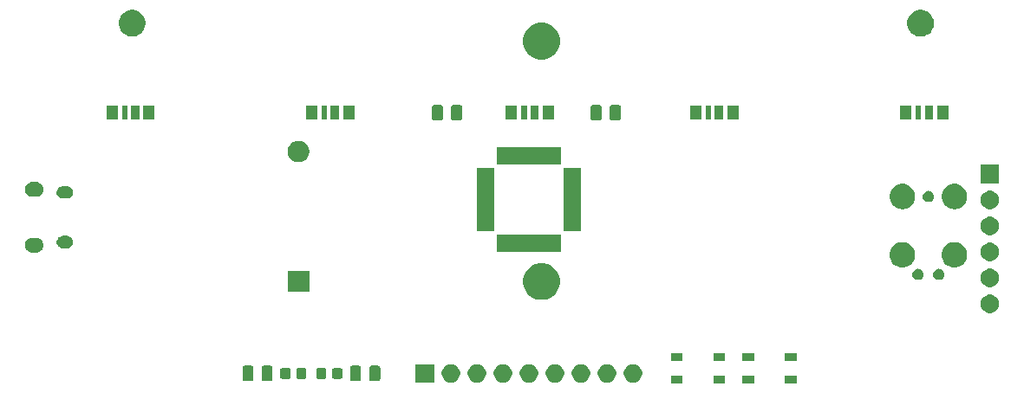
<source format=gts>
G04 #@! TF.GenerationSoftware,KiCad,Pcbnew,5.1.5-52549c5~84~ubuntu19.10.1*
G04 #@! TF.CreationDate,2020-01-03T09:39:47-08:00*
G04 #@! TF.ProjectId,bsidessd,62736964-6573-4736-942e-6b696361645f,2*
G04 #@! TF.SameCoordinates,Original*
G04 #@! TF.FileFunction,Soldermask,Top*
G04 #@! TF.FilePolarity,Negative*
%FSLAX46Y46*%
G04 Gerber Fmt 4.6, Leading zero omitted, Abs format (unit mm)*
G04 Created by KiCad (PCBNEW 5.1.5-52549c5~84~ubuntu19.10.1) date 2020-01-03 09:39:47*
%MOMM*%
%LPD*%
G04 APERTURE LIST*
%ADD10C,0.100000*%
G04 APERTURE END LIST*
D10*
G36*
X122001000Y-148951000D02*
G01*
X120849000Y-148951000D01*
X120849000Y-148199000D01*
X122001000Y-148199000D01*
X122001000Y-148951000D01*
G37*
G36*
X126151000Y-148951000D02*
G01*
X124999000Y-148951000D01*
X124999000Y-148199000D01*
X126151000Y-148199000D01*
X126151000Y-148951000D01*
G37*
G36*
X119151000Y-148951000D02*
G01*
X117999000Y-148951000D01*
X117999000Y-148199000D01*
X119151000Y-148199000D01*
X119151000Y-148951000D01*
G37*
G36*
X115001000Y-148951000D02*
G01*
X113849000Y-148951000D01*
X113849000Y-148199000D01*
X115001000Y-148199000D01*
X115001000Y-148951000D01*
G37*
G36*
X105193512Y-147103927D02*
G01*
X105342812Y-147133624D01*
X105506784Y-147201544D01*
X105654354Y-147300147D01*
X105779853Y-147425646D01*
X105878456Y-147573216D01*
X105946376Y-147737188D01*
X105981000Y-147911259D01*
X105981000Y-148088741D01*
X105946376Y-148262812D01*
X105878456Y-148426784D01*
X105779853Y-148574354D01*
X105654354Y-148699853D01*
X105506784Y-148798456D01*
X105342812Y-148866376D01*
X105193512Y-148896073D01*
X105168742Y-148901000D01*
X104991258Y-148901000D01*
X104966488Y-148896073D01*
X104817188Y-148866376D01*
X104653216Y-148798456D01*
X104505646Y-148699853D01*
X104380147Y-148574354D01*
X104281544Y-148426784D01*
X104213624Y-148262812D01*
X104179000Y-148088741D01*
X104179000Y-147911259D01*
X104213624Y-147737188D01*
X104281544Y-147573216D01*
X104380147Y-147425646D01*
X104505646Y-147300147D01*
X104653216Y-147201544D01*
X104817188Y-147133624D01*
X104966488Y-147103927D01*
X104991258Y-147099000D01*
X105168742Y-147099000D01*
X105193512Y-147103927D01*
G37*
G36*
X110273512Y-147103927D02*
G01*
X110422812Y-147133624D01*
X110586784Y-147201544D01*
X110734354Y-147300147D01*
X110859853Y-147425646D01*
X110958456Y-147573216D01*
X111026376Y-147737188D01*
X111061000Y-147911259D01*
X111061000Y-148088741D01*
X111026376Y-148262812D01*
X110958456Y-148426784D01*
X110859853Y-148574354D01*
X110734354Y-148699853D01*
X110586784Y-148798456D01*
X110422812Y-148866376D01*
X110273512Y-148896073D01*
X110248742Y-148901000D01*
X110071258Y-148901000D01*
X110046488Y-148896073D01*
X109897188Y-148866376D01*
X109733216Y-148798456D01*
X109585646Y-148699853D01*
X109460147Y-148574354D01*
X109361544Y-148426784D01*
X109293624Y-148262812D01*
X109259000Y-148088741D01*
X109259000Y-147911259D01*
X109293624Y-147737188D01*
X109361544Y-147573216D01*
X109460147Y-147425646D01*
X109585646Y-147300147D01*
X109733216Y-147201544D01*
X109897188Y-147133624D01*
X110046488Y-147103927D01*
X110071258Y-147099000D01*
X110248742Y-147099000D01*
X110273512Y-147103927D01*
G37*
G36*
X107733512Y-147103927D02*
G01*
X107882812Y-147133624D01*
X108046784Y-147201544D01*
X108194354Y-147300147D01*
X108319853Y-147425646D01*
X108418456Y-147573216D01*
X108486376Y-147737188D01*
X108521000Y-147911259D01*
X108521000Y-148088741D01*
X108486376Y-148262812D01*
X108418456Y-148426784D01*
X108319853Y-148574354D01*
X108194354Y-148699853D01*
X108046784Y-148798456D01*
X107882812Y-148866376D01*
X107733512Y-148896073D01*
X107708742Y-148901000D01*
X107531258Y-148901000D01*
X107506488Y-148896073D01*
X107357188Y-148866376D01*
X107193216Y-148798456D01*
X107045646Y-148699853D01*
X106920147Y-148574354D01*
X106821544Y-148426784D01*
X106753624Y-148262812D01*
X106719000Y-148088741D01*
X106719000Y-147911259D01*
X106753624Y-147737188D01*
X106821544Y-147573216D01*
X106920147Y-147425646D01*
X107045646Y-147300147D01*
X107193216Y-147201544D01*
X107357188Y-147133624D01*
X107506488Y-147103927D01*
X107531258Y-147099000D01*
X107708742Y-147099000D01*
X107733512Y-147103927D01*
G37*
G36*
X102653512Y-147103927D02*
G01*
X102802812Y-147133624D01*
X102966784Y-147201544D01*
X103114354Y-147300147D01*
X103239853Y-147425646D01*
X103338456Y-147573216D01*
X103406376Y-147737188D01*
X103441000Y-147911259D01*
X103441000Y-148088741D01*
X103406376Y-148262812D01*
X103338456Y-148426784D01*
X103239853Y-148574354D01*
X103114354Y-148699853D01*
X102966784Y-148798456D01*
X102802812Y-148866376D01*
X102653512Y-148896073D01*
X102628742Y-148901000D01*
X102451258Y-148901000D01*
X102426488Y-148896073D01*
X102277188Y-148866376D01*
X102113216Y-148798456D01*
X101965646Y-148699853D01*
X101840147Y-148574354D01*
X101741544Y-148426784D01*
X101673624Y-148262812D01*
X101639000Y-148088741D01*
X101639000Y-147911259D01*
X101673624Y-147737188D01*
X101741544Y-147573216D01*
X101840147Y-147425646D01*
X101965646Y-147300147D01*
X102113216Y-147201544D01*
X102277188Y-147133624D01*
X102426488Y-147103927D01*
X102451258Y-147099000D01*
X102628742Y-147099000D01*
X102653512Y-147103927D01*
G37*
G36*
X100113512Y-147103927D02*
G01*
X100262812Y-147133624D01*
X100426784Y-147201544D01*
X100574354Y-147300147D01*
X100699853Y-147425646D01*
X100798456Y-147573216D01*
X100866376Y-147737188D01*
X100901000Y-147911259D01*
X100901000Y-148088741D01*
X100866376Y-148262812D01*
X100798456Y-148426784D01*
X100699853Y-148574354D01*
X100574354Y-148699853D01*
X100426784Y-148798456D01*
X100262812Y-148866376D01*
X100113512Y-148896073D01*
X100088742Y-148901000D01*
X99911258Y-148901000D01*
X99886488Y-148896073D01*
X99737188Y-148866376D01*
X99573216Y-148798456D01*
X99425646Y-148699853D01*
X99300147Y-148574354D01*
X99201544Y-148426784D01*
X99133624Y-148262812D01*
X99099000Y-148088741D01*
X99099000Y-147911259D01*
X99133624Y-147737188D01*
X99201544Y-147573216D01*
X99300147Y-147425646D01*
X99425646Y-147300147D01*
X99573216Y-147201544D01*
X99737188Y-147133624D01*
X99886488Y-147103927D01*
X99911258Y-147099000D01*
X100088742Y-147099000D01*
X100113512Y-147103927D01*
G37*
G36*
X97573512Y-147103927D02*
G01*
X97722812Y-147133624D01*
X97886784Y-147201544D01*
X98034354Y-147300147D01*
X98159853Y-147425646D01*
X98258456Y-147573216D01*
X98326376Y-147737188D01*
X98361000Y-147911259D01*
X98361000Y-148088741D01*
X98326376Y-148262812D01*
X98258456Y-148426784D01*
X98159853Y-148574354D01*
X98034354Y-148699853D01*
X97886784Y-148798456D01*
X97722812Y-148866376D01*
X97573512Y-148896073D01*
X97548742Y-148901000D01*
X97371258Y-148901000D01*
X97346488Y-148896073D01*
X97197188Y-148866376D01*
X97033216Y-148798456D01*
X96885646Y-148699853D01*
X96760147Y-148574354D01*
X96661544Y-148426784D01*
X96593624Y-148262812D01*
X96559000Y-148088741D01*
X96559000Y-147911259D01*
X96593624Y-147737188D01*
X96661544Y-147573216D01*
X96760147Y-147425646D01*
X96885646Y-147300147D01*
X97033216Y-147201544D01*
X97197188Y-147133624D01*
X97346488Y-147103927D01*
X97371258Y-147099000D01*
X97548742Y-147099000D01*
X97573512Y-147103927D01*
G37*
G36*
X95033512Y-147103927D02*
G01*
X95182812Y-147133624D01*
X95346784Y-147201544D01*
X95494354Y-147300147D01*
X95619853Y-147425646D01*
X95718456Y-147573216D01*
X95786376Y-147737188D01*
X95821000Y-147911259D01*
X95821000Y-148088741D01*
X95786376Y-148262812D01*
X95718456Y-148426784D01*
X95619853Y-148574354D01*
X95494354Y-148699853D01*
X95346784Y-148798456D01*
X95182812Y-148866376D01*
X95033512Y-148896073D01*
X95008742Y-148901000D01*
X94831258Y-148901000D01*
X94806488Y-148896073D01*
X94657188Y-148866376D01*
X94493216Y-148798456D01*
X94345646Y-148699853D01*
X94220147Y-148574354D01*
X94121544Y-148426784D01*
X94053624Y-148262812D01*
X94019000Y-148088741D01*
X94019000Y-147911259D01*
X94053624Y-147737188D01*
X94121544Y-147573216D01*
X94220147Y-147425646D01*
X94345646Y-147300147D01*
X94493216Y-147201544D01*
X94657188Y-147133624D01*
X94806488Y-147103927D01*
X94831258Y-147099000D01*
X95008742Y-147099000D01*
X95033512Y-147103927D01*
G37*
G36*
X92493512Y-147103927D02*
G01*
X92642812Y-147133624D01*
X92806784Y-147201544D01*
X92954354Y-147300147D01*
X93079853Y-147425646D01*
X93178456Y-147573216D01*
X93246376Y-147737188D01*
X93281000Y-147911259D01*
X93281000Y-148088741D01*
X93246376Y-148262812D01*
X93178456Y-148426784D01*
X93079853Y-148574354D01*
X92954354Y-148699853D01*
X92806784Y-148798456D01*
X92642812Y-148866376D01*
X92493512Y-148896073D01*
X92468742Y-148901000D01*
X92291258Y-148901000D01*
X92266488Y-148896073D01*
X92117188Y-148866376D01*
X91953216Y-148798456D01*
X91805646Y-148699853D01*
X91680147Y-148574354D01*
X91581544Y-148426784D01*
X91513624Y-148262812D01*
X91479000Y-148088741D01*
X91479000Y-147911259D01*
X91513624Y-147737188D01*
X91581544Y-147573216D01*
X91680147Y-147425646D01*
X91805646Y-147300147D01*
X91953216Y-147201544D01*
X92117188Y-147133624D01*
X92266488Y-147103927D01*
X92291258Y-147099000D01*
X92468742Y-147099000D01*
X92493512Y-147103927D01*
G37*
G36*
X90741000Y-148901000D02*
G01*
X88939000Y-148901000D01*
X88939000Y-147099000D01*
X90741000Y-147099000D01*
X90741000Y-148901000D01*
G37*
G36*
X83434468Y-147253565D02*
G01*
X83473138Y-147265296D01*
X83508777Y-147284346D01*
X83540017Y-147309983D01*
X83565654Y-147341223D01*
X83584704Y-147376862D01*
X83596435Y-147415532D01*
X83601000Y-147461888D01*
X83601000Y-148538112D01*
X83596435Y-148584468D01*
X83584704Y-148623138D01*
X83565654Y-148658777D01*
X83540017Y-148690017D01*
X83508777Y-148715654D01*
X83473138Y-148734704D01*
X83434468Y-148746435D01*
X83388112Y-148751000D01*
X82736888Y-148751000D01*
X82690532Y-148746435D01*
X82651862Y-148734704D01*
X82616223Y-148715654D01*
X82584983Y-148690017D01*
X82559346Y-148658777D01*
X82540296Y-148623138D01*
X82528565Y-148584468D01*
X82524000Y-148538112D01*
X82524000Y-147461888D01*
X82528565Y-147415532D01*
X82540296Y-147376862D01*
X82559346Y-147341223D01*
X82584983Y-147309983D01*
X82616223Y-147284346D01*
X82651862Y-147265296D01*
X82690532Y-147253565D01*
X82736888Y-147249000D01*
X83388112Y-147249000D01*
X83434468Y-147253565D01*
G37*
G36*
X85309468Y-147253565D02*
G01*
X85348138Y-147265296D01*
X85383777Y-147284346D01*
X85415017Y-147309983D01*
X85440654Y-147341223D01*
X85459704Y-147376862D01*
X85471435Y-147415532D01*
X85476000Y-147461888D01*
X85476000Y-148538112D01*
X85471435Y-148584468D01*
X85459704Y-148623138D01*
X85440654Y-148658777D01*
X85415017Y-148690017D01*
X85383777Y-148715654D01*
X85348138Y-148734704D01*
X85309468Y-148746435D01*
X85263112Y-148751000D01*
X84611888Y-148751000D01*
X84565532Y-148746435D01*
X84526862Y-148734704D01*
X84491223Y-148715654D01*
X84459983Y-148690017D01*
X84434346Y-148658777D01*
X84415296Y-148623138D01*
X84403565Y-148584468D01*
X84399000Y-148538112D01*
X84399000Y-147461888D01*
X84403565Y-147415532D01*
X84415296Y-147376862D01*
X84434346Y-147341223D01*
X84459983Y-147309983D01*
X84491223Y-147284346D01*
X84526862Y-147265296D01*
X84565532Y-147253565D01*
X84611888Y-147249000D01*
X85263112Y-147249000D01*
X85309468Y-147253565D01*
G37*
G36*
X72934468Y-147253565D02*
G01*
X72973138Y-147265296D01*
X73008777Y-147284346D01*
X73040017Y-147309983D01*
X73065654Y-147341223D01*
X73084704Y-147376862D01*
X73096435Y-147415532D01*
X73101000Y-147461888D01*
X73101000Y-148538112D01*
X73096435Y-148584468D01*
X73084704Y-148623138D01*
X73065654Y-148658777D01*
X73040017Y-148690017D01*
X73008777Y-148715654D01*
X72973138Y-148734704D01*
X72934468Y-148746435D01*
X72888112Y-148751000D01*
X72236888Y-148751000D01*
X72190532Y-148746435D01*
X72151862Y-148734704D01*
X72116223Y-148715654D01*
X72084983Y-148690017D01*
X72059346Y-148658777D01*
X72040296Y-148623138D01*
X72028565Y-148584468D01*
X72024000Y-148538112D01*
X72024000Y-147461888D01*
X72028565Y-147415532D01*
X72040296Y-147376862D01*
X72059346Y-147341223D01*
X72084983Y-147309983D01*
X72116223Y-147284346D01*
X72151862Y-147265296D01*
X72190532Y-147253565D01*
X72236888Y-147249000D01*
X72888112Y-147249000D01*
X72934468Y-147253565D01*
G37*
G36*
X74809468Y-147253565D02*
G01*
X74848138Y-147265296D01*
X74883777Y-147284346D01*
X74915017Y-147309983D01*
X74940654Y-147341223D01*
X74959704Y-147376862D01*
X74971435Y-147415532D01*
X74976000Y-147461888D01*
X74976000Y-148538112D01*
X74971435Y-148584468D01*
X74959704Y-148623138D01*
X74940654Y-148658777D01*
X74915017Y-148690017D01*
X74883777Y-148715654D01*
X74848138Y-148734704D01*
X74809468Y-148746435D01*
X74763112Y-148751000D01*
X74111888Y-148751000D01*
X74065532Y-148746435D01*
X74026862Y-148734704D01*
X73991223Y-148715654D01*
X73959983Y-148690017D01*
X73934346Y-148658777D01*
X73915296Y-148623138D01*
X73903565Y-148584468D01*
X73899000Y-148538112D01*
X73899000Y-147461888D01*
X73903565Y-147415532D01*
X73915296Y-147376862D01*
X73934346Y-147341223D01*
X73959983Y-147309983D01*
X73991223Y-147284346D01*
X74026862Y-147265296D01*
X74065532Y-147253565D01*
X74111888Y-147249000D01*
X74763112Y-147249000D01*
X74809468Y-147253565D01*
G37*
G36*
X80054591Y-147478085D02*
G01*
X80088569Y-147488393D01*
X80119890Y-147505134D01*
X80147339Y-147527661D01*
X80169866Y-147555110D01*
X80186607Y-147586431D01*
X80196915Y-147620409D01*
X80201000Y-147661890D01*
X80201000Y-148338110D01*
X80196915Y-148379591D01*
X80186607Y-148413569D01*
X80169866Y-148444890D01*
X80147339Y-148472339D01*
X80119890Y-148494866D01*
X80088569Y-148511607D01*
X80054591Y-148521915D01*
X80013110Y-148526000D01*
X79411890Y-148526000D01*
X79370409Y-148521915D01*
X79336431Y-148511607D01*
X79305110Y-148494866D01*
X79277661Y-148472339D01*
X79255134Y-148444890D01*
X79238393Y-148413569D01*
X79228085Y-148379591D01*
X79224000Y-148338110D01*
X79224000Y-147661890D01*
X79228085Y-147620409D01*
X79238393Y-147586431D01*
X79255134Y-147555110D01*
X79277661Y-147527661D01*
X79305110Y-147505134D01*
X79336431Y-147488393D01*
X79370409Y-147478085D01*
X79411890Y-147474000D01*
X80013110Y-147474000D01*
X80054591Y-147478085D01*
G37*
G36*
X76554591Y-147478085D02*
G01*
X76588569Y-147488393D01*
X76619890Y-147505134D01*
X76647339Y-147527661D01*
X76669866Y-147555110D01*
X76686607Y-147586431D01*
X76696915Y-147620409D01*
X76701000Y-147661890D01*
X76701000Y-148338110D01*
X76696915Y-148379591D01*
X76686607Y-148413569D01*
X76669866Y-148444890D01*
X76647339Y-148472339D01*
X76619890Y-148494866D01*
X76588569Y-148511607D01*
X76554591Y-148521915D01*
X76513110Y-148526000D01*
X75911890Y-148526000D01*
X75870409Y-148521915D01*
X75836431Y-148511607D01*
X75805110Y-148494866D01*
X75777661Y-148472339D01*
X75755134Y-148444890D01*
X75738393Y-148413569D01*
X75728085Y-148379591D01*
X75724000Y-148338110D01*
X75724000Y-147661890D01*
X75728085Y-147620409D01*
X75738393Y-147586431D01*
X75755134Y-147555110D01*
X75777661Y-147527661D01*
X75805110Y-147505134D01*
X75836431Y-147488393D01*
X75870409Y-147478085D01*
X75911890Y-147474000D01*
X76513110Y-147474000D01*
X76554591Y-147478085D01*
G37*
G36*
X81629591Y-147478085D02*
G01*
X81663569Y-147488393D01*
X81694890Y-147505134D01*
X81722339Y-147527661D01*
X81744866Y-147555110D01*
X81761607Y-147586431D01*
X81771915Y-147620409D01*
X81776000Y-147661890D01*
X81776000Y-148338110D01*
X81771915Y-148379591D01*
X81761607Y-148413569D01*
X81744866Y-148444890D01*
X81722339Y-148472339D01*
X81694890Y-148494866D01*
X81663569Y-148511607D01*
X81629591Y-148521915D01*
X81588110Y-148526000D01*
X80986890Y-148526000D01*
X80945409Y-148521915D01*
X80911431Y-148511607D01*
X80880110Y-148494866D01*
X80852661Y-148472339D01*
X80830134Y-148444890D01*
X80813393Y-148413569D01*
X80803085Y-148379591D01*
X80799000Y-148338110D01*
X80799000Y-147661890D01*
X80803085Y-147620409D01*
X80813393Y-147586431D01*
X80830134Y-147555110D01*
X80852661Y-147527661D01*
X80880110Y-147505134D01*
X80911431Y-147488393D01*
X80945409Y-147478085D01*
X80986890Y-147474000D01*
X81588110Y-147474000D01*
X81629591Y-147478085D01*
G37*
G36*
X78129591Y-147478085D02*
G01*
X78163569Y-147488393D01*
X78194890Y-147505134D01*
X78222339Y-147527661D01*
X78244866Y-147555110D01*
X78261607Y-147586431D01*
X78271915Y-147620409D01*
X78276000Y-147661890D01*
X78276000Y-148338110D01*
X78271915Y-148379591D01*
X78261607Y-148413569D01*
X78244866Y-148444890D01*
X78222339Y-148472339D01*
X78194890Y-148494866D01*
X78163569Y-148511607D01*
X78129591Y-148521915D01*
X78088110Y-148526000D01*
X77486890Y-148526000D01*
X77445409Y-148521915D01*
X77411431Y-148511607D01*
X77380110Y-148494866D01*
X77352661Y-148472339D01*
X77330134Y-148444890D01*
X77313393Y-148413569D01*
X77303085Y-148379591D01*
X77299000Y-148338110D01*
X77299000Y-147661890D01*
X77303085Y-147620409D01*
X77313393Y-147586431D01*
X77330134Y-147555110D01*
X77352661Y-147527661D01*
X77380110Y-147505134D01*
X77411431Y-147488393D01*
X77445409Y-147478085D01*
X77486890Y-147474000D01*
X78088110Y-147474000D01*
X78129591Y-147478085D01*
G37*
G36*
X115001000Y-146801000D02*
G01*
X113849000Y-146801000D01*
X113849000Y-146049000D01*
X115001000Y-146049000D01*
X115001000Y-146801000D01*
G37*
G36*
X126151000Y-146801000D02*
G01*
X124999000Y-146801000D01*
X124999000Y-146049000D01*
X126151000Y-146049000D01*
X126151000Y-146801000D01*
G37*
G36*
X122001000Y-146801000D02*
G01*
X120849000Y-146801000D01*
X120849000Y-146049000D01*
X122001000Y-146049000D01*
X122001000Y-146801000D01*
G37*
G36*
X119151000Y-146801000D02*
G01*
X117999000Y-146801000D01*
X117999000Y-146049000D01*
X119151000Y-146049000D01*
X119151000Y-146801000D01*
G37*
G36*
X145113512Y-140303927D02*
G01*
X145262812Y-140333624D01*
X145426784Y-140401544D01*
X145574354Y-140500147D01*
X145699853Y-140625646D01*
X145798456Y-140773216D01*
X145866376Y-140937188D01*
X145901000Y-141111259D01*
X145901000Y-141288741D01*
X145866376Y-141462812D01*
X145798456Y-141626784D01*
X145699853Y-141774354D01*
X145574354Y-141899853D01*
X145426784Y-141998456D01*
X145262812Y-142066376D01*
X145113512Y-142096073D01*
X145088742Y-142101000D01*
X144911258Y-142101000D01*
X144886488Y-142096073D01*
X144737188Y-142066376D01*
X144573216Y-141998456D01*
X144425646Y-141899853D01*
X144300147Y-141774354D01*
X144201544Y-141626784D01*
X144133624Y-141462812D01*
X144099000Y-141288741D01*
X144099000Y-141111259D01*
X144133624Y-140937188D01*
X144201544Y-140773216D01*
X144300147Y-140625646D01*
X144425646Y-140500147D01*
X144573216Y-140401544D01*
X144737188Y-140333624D01*
X144886488Y-140303927D01*
X144911258Y-140299000D01*
X145088742Y-140299000D01*
X145113512Y-140303927D01*
G37*
G36*
X101748931Y-137268211D02*
G01*
X102076692Y-137403974D01*
X102371670Y-137601072D01*
X102622528Y-137851930D01*
X102819626Y-138146908D01*
X102955389Y-138474669D01*
X103024600Y-138822616D01*
X103024600Y-139177384D01*
X102955389Y-139525331D01*
X102819626Y-139853092D01*
X102622528Y-140148070D01*
X102371670Y-140398928D01*
X102076692Y-140596026D01*
X101748931Y-140731789D01*
X101400984Y-140801000D01*
X101046216Y-140801000D01*
X100698269Y-140731789D01*
X100370508Y-140596026D01*
X100075530Y-140398928D01*
X99824672Y-140148070D01*
X99627574Y-139853092D01*
X99491811Y-139525331D01*
X99422600Y-139177384D01*
X99422600Y-138822616D01*
X99491811Y-138474669D01*
X99627574Y-138146908D01*
X99824672Y-137851930D01*
X100075530Y-137601072D01*
X100370508Y-137403974D01*
X100698269Y-137268211D01*
X101046216Y-137199000D01*
X101400984Y-137199000D01*
X101748931Y-137268211D01*
G37*
G36*
X78551000Y-140051000D02*
G01*
X76449000Y-140051000D01*
X76449000Y-137949000D01*
X78551000Y-137949000D01*
X78551000Y-140051000D01*
G37*
G36*
X145112370Y-137763700D02*
G01*
X145262812Y-137793624D01*
X145426784Y-137861544D01*
X145574354Y-137960147D01*
X145699853Y-138085646D01*
X145798456Y-138233216D01*
X145866376Y-138397188D01*
X145901000Y-138571259D01*
X145901000Y-138748741D01*
X145866376Y-138922812D01*
X145798456Y-139086784D01*
X145699853Y-139234354D01*
X145574354Y-139359853D01*
X145426784Y-139458456D01*
X145262812Y-139526376D01*
X145113512Y-139556073D01*
X145088742Y-139561000D01*
X144911258Y-139561000D01*
X144886488Y-139556073D01*
X144737188Y-139526376D01*
X144573216Y-139458456D01*
X144425646Y-139359853D01*
X144300147Y-139234354D01*
X144201544Y-139086784D01*
X144133624Y-138922812D01*
X144099000Y-138748741D01*
X144099000Y-138571259D01*
X144133624Y-138397188D01*
X144201544Y-138233216D01*
X144300147Y-138085646D01*
X144425646Y-137960147D01*
X144573216Y-137861544D01*
X144737188Y-137793624D01*
X144887630Y-137763700D01*
X144911258Y-137759000D01*
X145088742Y-137759000D01*
X145112370Y-137763700D01*
G37*
G36*
X140122578Y-137774197D02*
G01*
X140175350Y-137784694D01*
X140274770Y-137825875D01*
X140364246Y-137885661D01*
X140440339Y-137961754D01*
X140500125Y-138051230D01*
X140539756Y-138146908D01*
X140541306Y-138150651D01*
X140557730Y-138233216D01*
X140562300Y-138256194D01*
X140562300Y-138363806D01*
X140541306Y-138469350D01*
X140500125Y-138568770D01*
X140440339Y-138658246D01*
X140364246Y-138734339D01*
X140274770Y-138794125D01*
X140175350Y-138835306D01*
X140122578Y-138845803D01*
X140069807Y-138856300D01*
X139962193Y-138856300D01*
X139909422Y-138845803D01*
X139856650Y-138835306D01*
X139757230Y-138794125D01*
X139667754Y-138734339D01*
X139591661Y-138658246D01*
X139531875Y-138568770D01*
X139490694Y-138469350D01*
X139469700Y-138363806D01*
X139469700Y-138256194D01*
X139474271Y-138233216D01*
X139490694Y-138150651D01*
X139492244Y-138146908D01*
X139531875Y-138051230D01*
X139591661Y-137961754D01*
X139667754Y-137885661D01*
X139757230Y-137825875D01*
X139856650Y-137784694D01*
X139909422Y-137774197D01*
X139962193Y-137763700D01*
X140069807Y-137763700D01*
X140122578Y-137774197D01*
G37*
G36*
X138090578Y-137774197D02*
G01*
X138143350Y-137784694D01*
X138242770Y-137825875D01*
X138332246Y-137885661D01*
X138408339Y-137961754D01*
X138468125Y-138051230D01*
X138507756Y-138146908D01*
X138509306Y-138150651D01*
X138525730Y-138233216D01*
X138530300Y-138256194D01*
X138530300Y-138363806D01*
X138509306Y-138469350D01*
X138468125Y-138568770D01*
X138408339Y-138658246D01*
X138332246Y-138734339D01*
X138242770Y-138794125D01*
X138143350Y-138835306D01*
X138090578Y-138845803D01*
X138037807Y-138856300D01*
X137930193Y-138856300D01*
X137877422Y-138845803D01*
X137824650Y-138835306D01*
X137725230Y-138794125D01*
X137635754Y-138734339D01*
X137559661Y-138658246D01*
X137499875Y-138568770D01*
X137458694Y-138469350D01*
X137437700Y-138363806D01*
X137437700Y-138256194D01*
X137442271Y-138233216D01*
X137458694Y-138150651D01*
X137460244Y-138146908D01*
X137499875Y-138051230D01*
X137559661Y-137961754D01*
X137635754Y-137885661D01*
X137725230Y-137825875D01*
X137824650Y-137784694D01*
X137877422Y-137774197D01*
X137930193Y-137763700D01*
X138037807Y-137763700D01*
X138090578Y-137774197D01*
G37*
G36*
X141696031Y-135173273D02*
G01*
X141901257Y-135214094D01*
X142126650Y-135307455D01*
X142329498Y-135442994D01*
X142502006Y-135615502D01*
X142637545Y-135818350D01*
X142730906Y-136043743D01*
X142778500Y-136283018D01*
X142778500Y-136526982D01*
X142730906Y-136766257D01*
X142637545Y-136991650D01*
X142502006Y-137194498D01*
X142329498Y-137367006D01*
X142126650Y-137502545D01*
X141901257Y-137595906D01*
X141696031Y-137636727D01*
X141661983Y-137643500D01*
X141418017Y-137643500D01*
X141383969Y-137636727D01*
X141178743Y-137595906D01*
X140953350Y-137502545D01*
X140750502Y-137367006D01*
X140577994Y-137194498D01*
X140442455Y-136991650D01*
X140349094Y-136766257D01*
X140301500Y-136526982D01*
X140301500Y-136283018D01*
X140349094Y-136043743D01*
X140442455Y-135818350D01*
X140577994Y-135615502D01*
X140750502Y-135442994D01*
X140953350Y-135307455D01*
X141178743Y-135214094D01*
X141383969Y-135173273D01*
X141418017Y-135166500D01*
X141661983Y-135166500D01*
X141696031Y-135173273D01*
G37*
G36*
X136616031Y-135173273D02*
G01*
X136821257Y-135214094D01*
X137046650Y-135307455D01*
X137249498Y-135442994D01*
X137422006Y-135615502D01*
X137557545Y-135818350D01*
X137650906Y-136043743D01*
X137698500Y-136283018D01*
X137698500Y-136526982D01*
X137650906Y-136766257D01*
X137557545Y-136991650D01*
X137422006Y-137194498D01*
X137249498Y-137367006D01*
X137046650Y-137502545D01*
X136821257Y-137595906D01*
X136616031Y-137636727D01*
X136581983Y-137643500D01*
X136338017Y-137643500D01*
X136303969Y-137636727D01*
X136098743Y-137595906D01*
X135873350Y-137502545D01*
X135670502Y-137367006D01*
X135497994Y-137194498D01*
X135362455Y-136991650D01*
X135269094Y-136766257D01*
X135221500Y-136526982D01*
X135221500Y-136283018D01*
X135269094Y-136043743D01*
X135362455Y-135818350D01*
X135497994Y-135615502D01*
X135670502Y-135442994D01*
X135873350Y-135307455D01*
X136098743Y-135214094D01*
X136303969Y-135173273D01*
X136338017Y-135166500D01*
X136581983Y-135166500D01*
X136616031Y-135173273D01*
G37*
G36*
X145113512Y-135223927D02*
G01*
X145262812Y-135253624D01*
X145426784Y-135321544D01*
X145574354Y-135420147D01*
X145699853Y-135545646D01*
X145798456Y-135693216D01*
X145866376Y-135857188D01*
X145901000Y-136031259D01*
X145901000Y-136208741D01*
X145866376Y-136382812D01*
X145798456Y-136546784D01*
X145699853Y-136694354D01*
X145574354Y-136819853D01*
X145426784Y-136918456D01*
X145262812Y-136986376D01*
X145113512Y-137016073D01*
X145088742Y-137021000D01*
X144911258Y-137021000D01*
X144886488Y-137016073D01*
X144737188Y-136986376D01*
X144573216Y-136918456D01*
X144425646Y-136819853D01*
X144300147Y-136694354D01*
X144201544Y-136546784D01*
X144133624Y-136382812D01*
X144099000Y-136208741D01*
X144099000Y-136031259D01*
X144133624Y-135857188D01*
X144201544Y-135693216D01*
X144300147Y-135545646D01*
X144425646Y-135420147D01*
X144573216Y-135321544D01*
X144737188Y-135253624D01*
X144886488Y-135223927D01*
X144911258Y-135219000D01*
X145088742Y-135219000D01*
X145113512Y-135223927D01*
G37*
G36*
X51931213Y-134732502D02*
G01*
X52002321Y-134739505D01*
X52139172Y-134781019D01*
X52139175Y-134781020D01*
X52265294Y-134848432D01*
X52375843Y-134939157D01*
X52466568Y-135049706D01*
X52533980Y-135175825D01*
X52533981Y-135175828D01*
X52575495Y-135312679D01*
X52589512Y-135455000D01*
X52575495Y-135597321D01*
X52569979Y-135615503D01*
X52533980Y-135734175D01*
X52466568Y-135860294D01*
X52375843Y-135970843D01*
X52265294Y-136061568D01*
X52139175Y-136128980D01*
X52139172Y-136128981D01*
X52002321Y-136170495D01*
X51931213Y-136177498D01*
X51895660Y-136181000D01*
X51474340Y-136181000D01*
X51438787Y-136177498D01*
X51367679Y-136170495D01*
X51230828Y-136128981D01*
X51230825Y-136128980D01*
X51104706Y-136061568D01*
X50994157Y-135970843D01*
X50903432Y-135860294D01*
X50836020Y-135734175D01*
X50800021Y-135615503D01*
X50794505Y-135597321D01*
X50780488Y-135455000D01*
X50794505Y-135312679D01*
X50836019Y-135175828D01*
X50836020Y-135175825D01*
X50903432Y-135049706D01*
X50994157Y-134939157D01*
X51104706Y-134848432D01*
X51230825Y-134781020D01*
X51230828Y-134781019D01*
X51367679Y-134739505D01*
X51438787Y-134732502D01*
X51474340Y-134729000D01*
X51895660Y-134729000D01*
X51931213Y-134732502D01*
G37*
G36*
X103126000Y-136101000D02*
G01*
X96874000Y-136101000D01*
X96874000Y-134399000D01*
X103126000Y-134399000D01*
X103126000Y-136101000D01*
G37*
G36*
X55002818Y-134552696D02*
G01*
X55116105Y-134587062D01*
X55220512Y-134642869D01*
X55312027Y-134717973D01*
X55387131Y-134809488D01*
X55442938Y-134913895D01*
X55477304Y-135027182D01*
X55488907Y-135145000D01*
X55477304Y-135262818D01*
X55442938Y-135376105D01*
X55387131Y-135480512D01*
X55312027Y-135572027D01*
X55220512Y-135647131D01*
X55116105Y-135702938D01*
X55002818Y-135737304D01*
X54914519Y-135746000D01*
X54455481Y-135746000D01*
X54367182Y-135737304D01*
X54253895Y-135702938D01*
X54149488Y-135647131D01*
X54057973Y-135572027D01*
X53982869Y-135480512D01*
X53927062Y-135376105D01*
X53892696Y-135262818D01*
X53881093Y-135145000D01*
X53892696Y-135027182D01*
X53927062Y-134913895D01*
X53982869Y-134809488D01*
X54057973Y-134717973D01*
X54149488Y-134642869D01*
X54253895Y-134587062D01*
X54367182Y-134552696D01*
X54455481Y-134544000D01*
X54914519Y-134544000D01*
X55002818Y-134552696D01*
G37*
G36*
X145113512Y-132683927D02*
G01*
X145262812Y-132713624D01*
X145426784Y-132781544D01*
X145574354Y-132880147D01*
X145699853Y-133005646D01*
X145798456Y-133153216D01*
X145866376Y-133317188D01*
X145901000Y-133491259D01*
X145901000Y-133668741D01*
X145866376Y-133842812D01*
X145798456Y-134006784D01*
X145699853Y-134154354D01*
X145574354Y-134279853D01*
X145426784Y-134378456D01*
X145262812Y-134446376D01*
X145113512Y-134476073D01*
X145088742Y-134481000D01*
X144911258Y-134481000D01*
X144886488Y-134476073D01*
X144737188Y-134446376D01*
X144573216Y-134378456D01*
X144425646Y-134279853D01*
X144300147Y-134154354D01*
X144201544Y-134006784D01*
X144133624Y-133842812D01*
X144099000Y-133668741D01*
X144099000Y-133491259D01*
X144133624Y-133317188D01*
X144201544Y-133153216D01*
X144300147Y-133005646D01*
X144425646Y-132880147D01*
X144573216Y-132781544D01*
X144737188Y-132713624D01*
X144886488Y-132683927D01*
X144911258Y-132679000D01*
X145088742Y-132679000D01*
X145113512Y-132683927D01*
G37*
G36*
X96601000Y-134126000D02*
G01*
X94899000Y-134126000D01*
X94899000Y-127874000D01*
X96601000Y-127874000D01*
X96601000Y-134126000D01*
G37*
G36*
X105101000Y-134126000D02*
G01*
X103399000Y-134126000D01*
X103399000Y-127874000D01*
X105101000Y-127874000D01*
X105101000Y-134126000D01*
G37*
G36*
X145112370Y-130143700D02*
G01*
X145262812Y-130173624D01*
X145426784Y-130241544D01*
X145574354Y-130340147D01*
X145699853Y-130465646D01*
X145798456Y-130613216D01*
X145866376Y-130777188D01*
X145901000Y-130951259D01*
X145901000Y-131128741D01*
X145866376Y-131302812D01*
X145798456Y-131466784D01*
X145699853Y-131614354D01*
X145574354Y-131739853D01*
X145426784Y-131838456D01*
X145262812Y-131906376D01*
X145113512Y-131936073D01*
X145088742Y-131941000D01*
X144911258Y-131941000D01*
X144886488Y-131936073D01*
X144737188Y-131906376D01*
X144573216Y-131838456D01*
X144425646Y-131739853D01*
X144300147Y-131614354D01*
X144201544Y-131466784D01*
X144133624Y-131302812D01*
X144099000Y-131128741D01*
X144099000Y-130951259D01*
X144133624Y-130777188D01*
X144201544Y-130613216D01*
X144300147Y-130465646D01*
X144425646Y-130340147D01*
X144573216Y-130241544D01*
X144737188Y-130173624D01*
X144887630Y-130143700D01*
X144911258Y-130139000D01*
X145088742Y-130139000D01*
X145112370Y-130143700D01*
G37*
G36*
X136616031Y-129458273D02*
G01*
X136821257Y-129499094D01*
X137046650Y-129592455D01*
X137249498Y-129727994D01*
X137422006Y-129900502D01*
X137557545Y-130103350D01*
X137650906Y-130328743D01*
X137698500Y-130568018D01*
X137698500Y-130811982D01*
X137650906Y-131051257D01*
X137557545Y-131276650D01*
X137422006Y-131479498D01*
X137249498Y-131652006D01*
X137046650Y-131787545D01*
X136821257Y-131880906D01*
X136616031Y-131921727D01*
X136581983Y-131928500D01*
X136338017Y-131928500D01*
X136303969Y-131921727D01*
X136098743Y-131880906D01*
X135873350Y-131787545D01*
X135670502Y-131652006D01*
X135497994Y-131479498D01*
X135362455Y-131276650D01*
X135269094Y-131051257D01*
X135221500Y-130811982D01*
X135221500Y-130568018D01*
X135269094Y-130328743D01*
X135362455Y-130103350D01*
X135497994Y-129900502D01*
X135670502Y-129727994D01*
X135873350Y-129592455D01*
X136098743Y-129499094D01*
X136303969Y-129458273D01*
X136338017Y-129451500D01*
X136581983Y-129451500D01*
X136616031Y-129458273D01*
G37*
G36*
X141696031Y-129458273D02*
G01*
X141901257Y-129499094D01*
X142126650Y-129592455D01*
X142329498Y-129727994D01*
X142502006Y-129900502D01*
X142637545Y-130103350D01*
X142730906Y-130328743D01*
X142778500Y-130568018D01*
X142778500Y-130811982D01*
X142730906Y-131051257D01*
X142637545Y-131276650D01*
X142502006Y-131479498D01*
X142329498Y-131652006D01*
X142126650Y-131787545D01*
X141901257Y-131880906D01*
X141696031Y-131921727D01*
X141661983Y-131928500D01*
X141418017Y-131928500D01*
X141383969Y-131921727D01*
X141178743Y-131880906D01*
X140953350Y-131787545D01*
X140750502Y-131652006D01*
X140577994Y-131479498D01*
X140442455Y-131276650D01*
X140349094Y-131051257D01*
X140301500Y-130811982D01*
X140301500Y-130568018D01*
X140349094Y-130328743D01*
X140442455Y-130103350D01*
X140577994Y-129900502D01*
X140750502Y-129727994D01*
X140953350Y-129592455D01*
X141178743Y-129499094D01*
X141383969Y-129458273D01*
X141418017Y-129451500D01*
X141661983Y-129451500D01*
X141696031Y-129458273D01*
G37*
G36*
X139106578Y-130154197D02*
G01*
X139159350Y-130164694D01*
X139258770Y-130205875D01*
X139348246Y-130265661D01*
X139424339Y-130341754D01*
X139484125Y-130431230D01*
X139525306Y-130530650D01*
X139525306Y-130530651D01*
X139541730Y-130613216D01*
X139546300Y-130636194D01*
X139546300Y-130743806D01*
X139525306Y-130849350D01*
X139484125Y-130948770D01*
X139424339Y-131038246D01*
X139348246Y-131114339D01*
X139258770Y-131174125D01*
X139159350Y-131215306D01*
X139106578Y-131225803D01*
X139053807Y-131236300D01*
X138946193Y-131236300D01*
X138893422Y-131225803D01*
X138840650Y-131215306D01*
X138741230Y-131174125D01*
X138651754Y-131114339D01*
X138575661Y-131038246D01*
X138515875Y-130948770D01*
X138474694Y-130849350D01*
X138453700Y-130743806D01*
X138453700Y-130636194D01*
X138458271Y-130613216D01*
X138474694Y-130530651D01*
X138474694Y-130530650D01*
X138515875Y-130431230D01*
X138575661Y-130341754D01*
X138651754Y-130265661D01*
X138741230Y-130205875D01*
X138840650Y-130164694D01*
X138893422Y-130154197D01*
X138946193Y-130143700D01*
X139053807Y-130143700D01*
X139106578Y-130154197D01*
G37*
G36*
X55002818Y-129712696D02*
G01*
X55116105Y-129747062D01*
X55220512Y-129802869D01*
X55312027Y-129877973D01*
X55387131Y-129969488D01*
X55442938Y-130073895D01*
X55477304Y-130187182D01*
X55488907Y-130305000D01*
X55477304Y-130422818D01*
X55442938Y-130536105D01*
X55387131Y-130640512D01*
X55312027Y-130732027D01*
X55220512Y-130807131D01*
X55116105Y-130862938D01*
X55002818Y-130897304D01*
X54914519Y-130906000D01*
X54455481Y-130906000D01*
X54367182Y-130897304D01*
X54253895Y-130862938D01*
X54149488Y-130807131D01*
X54057973Y-130732027D01*
X53982869Y-130640512D01*
X53927062Y-130536105D01*
X53892696Y-130422818D01*
X53881093Y-130305000D01*
X53892696Y-130187182D01*
X53927062Y-130073895D01*
X53982869Y-129969488D01*
X54057973Y-129877973D01*
X54149488Y-129802869D01*
X54253895Y-129747062D01*
X54367182Y-129712696D01*
X54455481Y-129704000D01*
X54914519Y-129704000D01*
X55002818Y-129712696D01*
G37*
G36*
X51931213Y-129272502D02*
G01*
X52002321Y-129279505D01*
X52139172Y-129321019D01*
X52139175Y-129321020D01*
X52265294Y-129388432D01*
X52375843Y-129479157D01*
X52466568Y-129589706D01*
X52533980Y-129715825D01*
X52533981Y-129715828D01*
X52575495Y-129852679D01*
X52589512Y-129995000D01*
X52575495Y-130137321D01*
X52543879Y-130241544D01*
X52533980Y-130274175D01*
X52466568Y-130400294D01*
X52375843Y-130510843D01*
X52265294Y-130601568D01*
X52139175Y-130668980D01*
X52139172Y-130668981D01*
X52002321Y-130710495D01*
X51931213Y-130717498D01*
X51895660Y-130721000D01*
X51474340Y-130721000D01*
X51438787Y-130717498D01*
X51367679Y-130710495D01*
X51230828Y-130668981D01*
X51230825Y-130668980D01*
X51104706Y-130601568D01*
X50994157Y-130510843D01*
X50903432Y-130400294D01*
X50836020Y-130274175D01*
X50826121Y-130241544D01*
X50794505Y-130137321D01*
X50780488Y-129995000D01*
X50794505Y-129852679D01*
X50836019Y-129715828D01*
X50836020Y-129715825D01*
X50903432Y-129589706D01*
X50994157Y-129479157D01*
X51104706Y-129388432D01*
X51230825Y-129321020D01*
X51230828Y-129321019D01*
X51367679Y-129279505D01*
X51438787Y-129272502D01*
X51474340Y-129269000D01*
X51895660Y-129269000D01*
X51931213Y-129272502D01*
G37*
G36*
X145901000Y-129401000D02*
G01*
X144099000Y-129401000D01*
X144099000Y-127599000D01*
X145901000Y-127599000D01*
X145901000Y-129401000D01*
G37*
G36*
X103126000Y-127601000D02*
G01*
X96874000Y-127601000D01*
X96874000Y-125899000D01*
X103126000Y-125899000D01*
X103126000Y-127601000D01*
G37*
G36*
X77806564Y-125289389D02*
G01*
X77997833Y-125368615D01*
X77997835Y-125368616D01*
X78169973Y-125483635D01*
X78316365Y-125630027D01*
X78431385Y-125802167D01*
X78510611Y-125993436D01*
X78551000Y-126196484D01*
X78551000Y-126403516D01*
X78510611Y-126606564D01*
X78431385Y-126797833D01*
X78431384Y-126797835D01*
X78316365Y-126969973D01*
X78169973Y-127116365D01*
X77997835Y-127231384D01*
X77997834Y-127231385D01*
X77997833Y-127231385D01*
X77806564Y-127310611D01*
X77603516Y-127351000D01*
X77396484Y-127351000D01*
X77193436Y-127310611D01*
X77002167Y-127231385D01*
X77002166Y-127231385D01*
X77002165Y-127231384D01*
X76830027Y-127116365D01*
X76683635Y-126969973D01*
X76568616Y-126797835D01*
X76568615Y-126797833D01*
X76489389Y-126606564D01*
X76449000Y-126403516D01*
X76449000Y-126196484D01*
X76489389Y-125993436D01*
X76568615Y-125802167D01*
X76683635Y-125630027D01*
X76830027Y-125483635D01*
X77002165Y-125368616D01*
X77002167Y-125368615D01*
X77193436Y-125289389D01*
X77396484Y-125249000D01*
X77603516Y-125249000D01*
X77806564Y-125289389D01*
G37*
G36*
X93309468Y-121753565D02*
G01*
X93348138Y-121765296D01*
X93383777Y-121784346D01*
X93415017Y-121809983D01*
X93440654Y-121841223D01*
X93459704Y-121876862D01*
X93471435Y-121915532D01*
X93476000Y-121961888D01*
X93476000Y-123038112D01*
X93471435Y-123084468D01*
X93459704Y-123123138D01*
X93440654Y-123158777D01*
X93415017Y-123190017D01*
X93383777Y-123215654D01*
X93348138Y-123234704D01*
X93309468Y-123246435D01*
X93263112Y-123251000D01*
X92611888Y-123251000D01*
X92565532Y-123246435D01*
X92526862Y-123234704D01*
X92491223Y-123215654D01*
X92459983Y-123190017D01*
X92434346Y-123158777D01*
X92415296Y-123123138D01*
X92403565Y-123084468D01*
X92399000Y-123038112D01*
X92399000Y-121961888D01*
X92403565Y-121915532D01*
X92415296Y-121876862D01*
X92434346Y-121841223D01*
X92459983Y-121809983D01*
X92491223Y-121784346D01*
X92526862Y-121765296D01*
X92565532Y-121753565D01*
X92611888Y-121749000D01*
X93263112Y-121749000D01*
X93309468Y-121753565D01*
G37*
G36*
X91434468Y-121753565D02*
G01*
X91473138Y-121765296D01*
X91508777Y-121784346D01*
X91540017Y-121809983D01*
X91565654Y-121841223D01*
X91584704Y-121876862D01*
X91596435Y-121915532D01*
X91601000Y-121961888D01*
X91601000Y-123038112D01*
X91596435Y-123084468D01*
X91584704Y-123123138D01*
X91565654Y-123158777D01*
X91540017Y-123190017D01*
X91508777Y-123215654D01*
X91473138Y-123234704D01*
X91434468Y-123246435D01*
X91388112Y-123251000D01*
X90736888Y-123251000D01*
X90690532Y-123246435D01*
X90651862Y-123234704D01*
X90616223Y-123215654D01*
X90584983Y-123190017D01*
X90559346Y-123158777D01*
X90540296Y-123123138D01*
X90528565Y-123084468D01*
X90524000Y-123038112D01*
X90524000Y-121961888D01*
X90528565Y-121915532D01*
X90540296Y-121876862D01*
X90559346Y-121841223D01*
X90584983Y-121809983D01*
X90616223Y-121784346D01*
X90651862Y-121765296D01*
X90690532Y-121753565D01*
X90736888Y-121749000D01*
X91388112Y-121749000D01*
X91434468Y-121753565D01*
G37*
G36*
X106934468Y-121753565D02*
G01*
X106973138Y-121765296D01*
X107008777Y-121784346D01*
X107040017Y-121809983D01*
X107065654Y-121841223D01*
X107084704Y-121876862D01*
X107096435Y-121915532D01*
X107101000Y-121961888D01*
X107101000Y-123038112D01*
X107096435Y-123084468D01*
X107084704Y-123123138D01*
X107065654Y-123158777D01*
X107040017Y-123190017D01*
X107008777Y-123215654D01*
X106973138Y-123234704D01*
X106934468Y-123246435D01*
X106888112Y-123251000D01*
X106236888Y-123251000D01*
X106190532Y-123246435D01*
X106151862Y-123234704D01*
X106116223Y-123215654D01*
X106084983Y-123190017D01*
X106059346Y-123158777D01*
X106040296Y-123123138D01*
X106028565Y-123084468D01*
X106024000Y-123038112D01*
X106024000Y-121961888D01*
X106028565Y-121915532D01*
X106040296Y-121876862D01*
X106059346Y-121841223D01*
X106084983Y-121809983D01*
X106116223Y-121784346D01*
X106151862Y-121765296D01*
X106190532Y-121753565D01*
X106236888Y-121749000D01*
X106888112Y-121749000D01*
X106934468Y-121753565D01*
G37*
G36*
X108809468Y-121753565D02*
G01*
X108848138Y-121765296D01*
X108883777Y-121784346D01*
X108915017Y-121809983D01*
X108940654Y-121841223D01*
X108959704Y-121876862D01*
X108971435Y-121915532D01*
X108976000Y-121961888D01*
X108976000Y-123038112D01*
X108971435Y-123084468D01*
X108959704Y-123123138D01*
X108940654Y-123158777D01*
X108915017Y-123190017D01*
X108883777Y-123215654D01*
X108848138Y-123234704D01*
X108809468Y-123246435D01*
X108763112Y-123251000D01*
X108111888Y-123251000D01*
X108065532Y-123246435D01*
X108026862Y-123234704D01*
X107991223Y-123215654D01*
X107959983Y-123190017D01*
X107934346Y-123158777D01*
X107915296Y-123123138D01*
X107903565Y-123084468D01*
X107899000Y-123038112D01*
X107899000Y-121961888D01*
X107903565Y-121915532D01*
X107915296Y-121876862D01*
X107934346Y-121841223D01*
X107959983Y-121809983D01*
X107991223Y-121784346D01*
X108026862Y-121765296D01*
X108065532Y-121753565D01*
X108111888Y-121749000D01*
X108763112Y-121749000D01*
X108809468Y-121753565D01*
G37*
G36*
X118951000Y-123151000D02*
G01*
X118149000Y-123151000D01*
X118149000Y-121849000D01*
X118951000Y-121849000D01*
X118951000Y-123151000D01*
G37*
G36*
X63451000Y-123151000D02*
G01*
X62349000Y-123151000D01*
X62349000Y-121849000D01*
X63451000Y-121849000D01*
X63451000Y-123151000D01*
G37*
G36*
X61951000Y-123151000D02*
G01*
X61149000Y-123151000D01*
X61149000Y-121849000D01*
X61951000Y-121849000D01*
X61951000Y-123151000D01*
G37*
G36*
X59851000Y-123151000D02*
G01*
X58749000Y-123151000D01*
X58749000Y-121849000D01*
X59851000Y-121849000D01*
X59851000Y-123151000D01*
G37*
G36*
X79351000Y-123151000D02*
G01*
X78249000Y-123151000D01*
X78249000Y-121849000D01*
X79351000Y-121849000D01*
X79351000Y-123151000D01*
G37*
G36*
X140951000Y-123151000D02*
G01*
X139849000Y-123151000D01*
X139849000Y-121849000D01*
X140951000Y-121849000D01*
X140951000Y-123151000D01*
G37*
G36*
X139451000Y-123151000D02*
G01*
X138649000Y-123151000D01*
X138649000Y-121849000D01*
X139451000Y-121849000D01*
X139451000Y-123151000D01*
G37*
G36*
X60801000Y-123151000D02*
G01*
X60249000Y-123151000D01*
X60249000Y-121849000D01*
X60801000Y-121849000D01*
X60801000Y-123151000D01*
G37*
G36*
X82951000Y-123151000D02*
G01*
X81849000Y-123151000D01*
X81849000Y-121849000D01*
X82951000Y-121849000D01*
X82951000Y-123151000D01*
G37*
G36*
X81451000Y-123151000D02*
G01*
X80649000Y-123151000D01*
X80649000Y-121849000D01*
X81451000Y-121849000D01*
X81451000Y-123151000D01*
G37*
G36*
X98851000Y-123151000D02*
G01*
X97749000Y-123151000D01*
X97749000Y-121849000D01*
X98851000Y-121849000D01*
X98851000Y-123151000D01*
G37*
G36*
X99801000Y-123151000D02*
G01*
X99249000Y-123151000D01*
X99249000Y-121849000D01*
X99801000Y-121849000D01*
X99801000Y-123151000D01*
G37*
G36*
X100951000Y-123151000D02*
G01*
X100149000Y-123151000D01*
X100149000Y-121849000D01*
X100951000Y-121849000D01*
X100951000Y-123151000D01*
G37*
G36*
X102451000Y-123151000D02*
G01*
X101349000Y-123151000D01*
X101349000Y-121849000D01*
X102451000Y-121849000D01*
X102451000Y-123151000D01*
G37*
G36*
X116851000Y-123151000D02*
G01*
X115749000Y-123151000D01*
X115749000Y-121849000D01*
X116851000Y-121849000D01*
X116851000Y-123151000D01*
G37*
G36*
X117801000Y-123151000D02*
G01*
X117249000Y-123151000D01*
X117249000Y-121849000D01*
X117801000Y-121849000D01*
X117801000Y-123151000D01*
G37*
G36*
X80301000Y-123151000D02*
G01*
X79749000Y-123151000D01*
X79749000Y-121849000D01*
X80301000Y-121849000D01*
X80301000Y-123151000D01*
G37*
G36*
X120451000Y-123151000D02*
G01*
X119349000Y-123151000D01*
X119349000Y-121849000D01*
X120451000Y-121849000D01*
X120451000Y-123151000D01*
G37*
G36*
X138301000Y-123151000D02*
G01*
X137749000Y-123151000D01*
X137749000Y-121849000D01*
X138301000Y-121849000D01*
X138301000Y-123151000D01*
G37*
G36*
X137351000Y-123151000D02*
G01*
X136249000Y-123151000D01*
X136249000Y-121849000D01*
X137351000Y-121849000D01*
X137351000Y-123151000D01*
G37*
G36*
X101748931Y-113773211D02*
G01*
X102076692Y-113908974D01*
X102371670Y-114106072D01*
X102622528Y-114356930D01*
X102819626Y-114651908D01*
X102955389Y-114979669D01*
X103024600Y-115327616D01*
X103024600Y-115682384D01*
X102955389Y-116030331D01*
X102819626Y-116358092D01*
X102622528Y-116653070D01*
X102371670Y-116903928D01*
X102076692Y-117101026D01*
X101748931Y-117236789D01*
X101400984Y-117306000D01*
X101046216Y-117306000D01*
X100698269Y-117236789D01*
X100370508Y-117101026D01*
X100075530Y-116903928D01*
X99824672Y-116653070D01*
X99627574Y-116358092D01*
X99491811Y-116030331D01*
X99422600Y-115682384D01*
X99422600Y-115327616D01*
X99491811Y-114979669D01*
X99627574Y-114651908D01*
X99824672Y-114356930D01*
X100075530Y-114106072D01*
X100370508Y-113908974D01*
X100698269Y-113773211D01*
X101046216Y-113704000D01*
X101400984Y-113704000D01*
X101748931Y-113773211D01*
G37*
G36*
X61629487Y-112498996D02*
G01*
X61866253Y-112597068D01*
X61866255Y-112597069D01*
X62079339Y-112739447D01*
X62260553Y-112920661D01*
X62402932Y-113133747D01*
X62501004Y-113370513D01*
X62551000Y-113621861D01*
X62551000Y-113878139D01*
X62501004Y-114129487D01*
X62406794Y-114356930D01*
X62402931Y-114366255D01*
X62260553Y-114579339D01*
X62079339Y-114760553D01*
X61866255Y-114902931D01*
X61866254Y-114902932D01*
X61866253Y-114902932D01*
X61629487Y-115001004D01*
X61378139Y-115051000D01*
X61121861Y-115051000D01*
X60870513Y-115001004D01*
X60633747Y-114902932D01*
X60633746Y-114902932D01*
X60633745Y-114902931D01*
X60420661Y-114760553D01*
X60239447Y-114579339D01*
X60097069Y-114366255D01*
X60093206Y-114356930D01*
X59998996Y-114129487D01*
X59949000Y-113878139D01*
X59949000Y-113621861D01*
X59998996Y-113370513D01*
X60097068Y-113133747D01*
X60239447Y-112920661D01*
X60420661Y-112739447D01*
X60633745Y-112597069D01*
X60633747Y-112597068D01*
X60870513Y-112498996D01*
X61121861Y-112449000D01*
X61378139Y-112449000D01*
X61629487Y-112498996D01*
G37*
G36*
X138629487Y-112498996D02*
G01*
X138866253Y-112597068D01*
X138866255Y-112597069D01*
X139079339Y-112739447D01*
X139260553Y-112920661D01*
X139402932Y-113133747D01*
X139501004Y-113370513D01*
X139551000Y-113621861D01*
X139551000Y-113878139D01*
X139501004Y-114129487D01*
X139406794Y-114356930D01*
X139402931Y-114366255D01*
X139260553Y-114579339D01*
X139079339Y-114760553D01*
X138866255Y-114902931D01*
X138866254Y-114902932D01*
X138866253Y-114902932D01*
X138629487Y-115001004D01*
X138378139Y-115051000D01*
X138121861Y-115051000D01*
X137870513Y-115001004D01*
X137633747Y-114902932D01*
X137633746Y-114902932D01*
X137633745Y-114902931D01*
X137420661Y-114760553D01*
X137239447Y-114579339D01*
X137097069Y-114366255D01*
X137093206Y-114356930D01*
X136998996Y-114129487D01*
X136949000Y-113878139D01*
X136949000Y-113621861D01*
X136998996Y-113370513D01*
X137097068Y-113133747D01*
X137239447Y-112920661D01*
X137420661Y-112739447D01*
X137633745Y-112597069D01*
X137633747Y-112597068D01*
X137870513Y-112498996D01*
X138121861Y-112449000D01*
X138378139Y-112449000D01*
X138629487Y-112498996D01*
G37*
M02*

</source>
